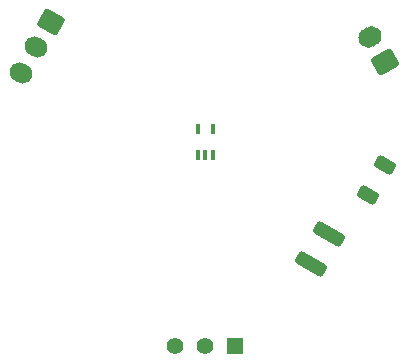
<source format=gbr>
%TF.GenerationSoftware,KiCad,Pcbnew,(6.0.8-1)-1*%
%TF.CreationDate,2022-11-30T21:50:02-05:00*%
%TF.ProjectId,Untitled,556e7469-746c-4656-942e-6b696361645f,rev?*%
%TF.SameCoordinates,Original*%
%TF.FileFunction,Soldermask,Bot*%
%TF.FilePolarity,Negative*%
%FSLAX46Y46*%
G04 Gerber Fmt 4.6, Leading zero omitted, Abs format (unit mm)*
G04 Created by KiCad (PCBNEW (6.0.8-1)-1) date 2022-11-30 21:50:02*
%MOMM*%
%LPD*%
G01*
G04 APERTURE LIST*
G04 Aperture macros list*
%AMRoundRect*
0 Rectangle with rounded corners*
0 $1 Rounding radius*
0 $2 $3 $4 $5 $6 $7 $8 $9 X,Y pos of 4 corners*
0 Add a 4 corners polygon primitive as box body*
4,1,4,$2,$3,$4,$5,$6,$7,$8,$9,$2,$3,0*
0 Add four circle primitives for the rounded corners*
1,1,$1+$1,$2,$3*
1,1,$1+$1,$4,$5*
1,1,$1+$1,$6,$7*
1,1,$1+$1,$8,$9*
0 Add four rect primitives between the rounded corners*
20,1,$1+$1,$2,$3,$4,$5,0*
20,1,$1+$1,$4,$5,$6,$7,0*
20,1,$1+$1,$6,$7,$8,$9,0*
20,1,$1+$1,$8,$9,$2,$3,0*%
%AMHorizOval*
0 Thick line with rounded ends*
0 $1 width*
0 $2 $3 position (X,Y) of the first rounded end (center of the circle)*
0 $4 $5 position (X,Y) of the second rounded end (center of the circle)*
0 Add line between two ends*
20,1,$1,$2,$3,$4,$5,0*
0 Add two circle primitives to create the rounded ends*
1,1,$1,$2,$3*
1,1,$1,$4,$5*%
G04 Aperture macros list end*
%ADD10RoundRect,0.087500X0.087500X0.337500X-0.087500X0.337500X-0.087500X-0.337500X0.087500X-0.337500X0*%
%ADD11RoundRect,0.250000X-0.327868X0.882115X-0.927868X-0.157115X0.327868X-0.882115X0.927868X0.157115X0*%
%ADD12HorizOval,1.700000X-0.108253X0.062500X0.108253X-0.062500X0*%
%ADD13R,1.397000X1.397000*%
%ADD14C,1.397000*%
%ADD15RoundRect,0.250000X-0.385016X0.583133X-0.697516X0.041867X0.385016X-0.583133X0.697516X-0.041867X0*%
%ADD16RoundRect,0.250000X-0.790128X0.831458X-1.115128X0.268542X0.790128X-0.831458X1.115128X-0.268542X0*%
%ADD17RoundRect,0.250000X0.949519X-0.144615X0.349519X0.894615X-0.949519X0.144615X-0.349519X-0.894615X0*%
%ADD18HorizOval,1.700000X0.129904X0.075000X-0.129904X-0.075000X0*%
G04 APERTURE END LIST*
D10*
%TO.C,REF\u002A\u002A*%
X104350000Y-59100000D03*
X103700000Y-59100000D03*
X103050000Y-59100000D03*
X103050000Y-56900000D03*
X104350000Y-56900000D03*
%TD*%
D11*
%TO.C,REF\u002A\u002A*%
X90600000Y-47800000D03*
D12*
X89350000Y-49965064D03*
X88100000Y-52130127D03*
%TD*%
D13*
%TO.C,REF\u002A\u002A*%
X106187500Y-75250100D03*
D14*
X103647500Y-75250100D03*
X101107500Y-75250100D03*
%TD*%
D15*
%TO.C,REF\u002A\u002A*%
X118931250Y-59933438D03*
X117468750Y-62466562D03*
%TD*%
D16*
%TO.C,REF\u002A\u002A*%
X114137500Y-65722613D03*
X112662500Y-68277387D03*
%TD*%
D17*
%TO.C,REF\u002A\u002A*%
X118879664Y-51220032D03*
D18*
X117629664Y-49054968D03*
%TD*%
M02*

</source>
